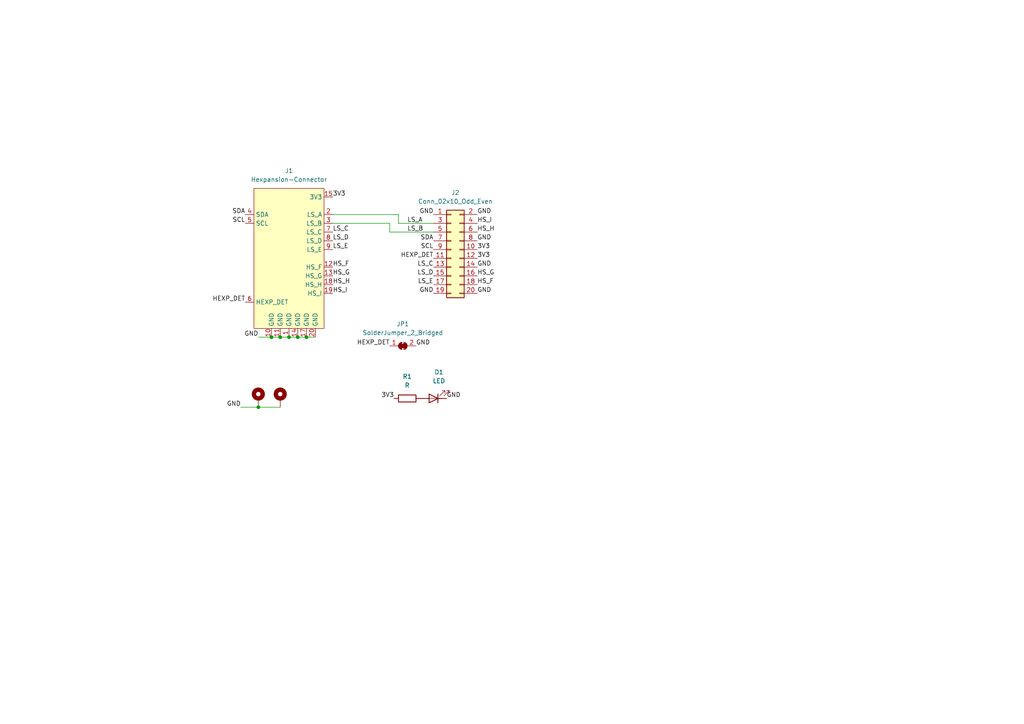
<source format=kicad_sch>
(kicad_sch (version 20230121) (generator eeschema)
  (paper "A4")
  (lib_symbols
    (symbol "Connector_Generic:Conn_02x10_Odd_Even" (pin_names (offset 1.016) hide)
      (property "Reference" "J" (at 1.27 12.7 0))
      (property "Value" "Conn_02x10_Odd_Even" (at 1.27 -15.24 0))
      (symbol "Conn_02x10_Odd_Even_1_1"
        (rectangle (start -1.27 -12.573) (end 0 -12.827) (stroke (width 0.1524)))
        (rectangle (start -1.27 -10.033) (end 0 -10.287) (stroke (width 0.1524)))
        (rectangle (start -1.27 -7.493) (end 0 -7.747) (stroke (width 0.1524)))
        (rectangle (start -1.27 -4.953) (end 0 -5.207) (stroke (width 0.1524)))
        (rectangle (start -1.27 -2.413) (end 0 -2.667) (stroke (width 0.1524)))
        (rectangle (start -1.27 0.127) (end 0 -0.127) (stroke (width 0.1524)))
        (rectangle (start -1.27 2.667) (end 0 2.413) (stroke (width 0.1524)))
        (rectangle (start -1.27 5.207) (end 0 4.953) (stroke (width 0.1524)))
        (rectangle (start -1.27 7.747) (end 0 7.493) (stroke (width 0.1524)))
        (rectangle (start -1.27 10.287) (end 0 10.033) (stroke (width 0.1524)))
        (rectangle (start -1.27 11.43) (end 3.81 -13.97) (stroke (width 0.254)) (fill (type background)))
        (rectangle (start 3.81 -12.573) (end 2.54 -12.827) (stroke (width 0.1524)))
        (rectangle (start 3.81 -10.033) (end 2.54 -10.287) (stroke (width 0.1524)))
        (rectangle (start 3.81 -7.493) (end 2.54 -7.747) (stroke (width 0.1524)))
        (rectangle (start 3.81 -4.953) (end 2.54 -5.207) (stroke (width 0.1524)))
        (rectangle (start 3.81 -2.413) (end 2.54 -2.667) (stroke (width 0.1524)))
        (rectangle (start 3.81 0.127) (end 2.54 -0.127) (stroke (width 0.1524)))
        (rectangle (start 3.81 2.667) (end 2.54 2.413) (stroke (width 0.1524)))
        (rectangle (start 3.81 5.207) (end 2.54 4.953) (stroke (width 0.1524)))
        (rectangle (start 3.81 7.747) (end 2.54 7.493) (stroke (width 0.1524)))
        (rectangle (start 3.81 10.287) (end 2.54 10.033) (stroke (width 0.1524)))
        (pin passive line (at -5.08 10.16 0) (length 3.81) (name "Pin_1") (number "1"))
        (pin passive line (at 7.62 0 180) (length 3.81) (name "Pin_10") (number "10"))
        (pin passive line (at -5.08 -2.54 0) (length 3.81) (name "Pin_11") (number "11"))
        (pin passive line (at 7.62 -2.54 180) (length 3.81) (name "Pin_12") (number "12"))
        (pin passive line (at -5.08 -5.08 0) (length 3.81) (name "Pin_13") (number "13"))
        (pin passive line (at 7.62 -5.08 180) (length 3.81) (name "Pin_14") (number "14"))
        (pin passive line (at -5.08 -7.62 0) (length 3.81) (name "Pin_15") (number "15"))
        (pin passive line (at 7.62 -7.62 180) (length 3.81) (name "Pin_16") (number "16"))
        (pin passive line (at -5.08 -10.16 0) (length 3.81) (name "Pin_17") (number "17"))
        (pin passive line (at 7.62 -10.16 180) (length 3.81) (name "Pin_18") (number "18"))
        (pin passive line (at -5.08 -12.7 0) (length 3.81) (name "Pin_19") (number "19"))
        (pin passive line (at 7.62 10.16 180) (length 3.81) (name "Pin_2") (number "2"))
        (pin passive line (at 7.62 -12.7 180) (length 3.81) (name "Pin_20") (number "20"))
        (pin passive line (at -5.08 7.62 0) (length 3.81) (name "Pin_3") (number "3"))
        (pin passive line (at 7.62 7.62 180) (length 3.81) (name "Pin_4") (number "4"))
        (pin passive line (at -5.08 5.08 0) (length 3.81) (name "Pin_5") (number "5"))
        (pin passive line (at 7.62 5.08 180) (length 3.81) (name "Pin_6") (number "6"))
        (pin passive line (at -5.08 2.54 0) (length 3.81) (name "Pin_7") (number "7"))
        (pin passive line (at 7.62 2.54 180) (length 3.81) (name "Pin_8") (number "8"))
        (pin passive line (at -5.08 0 0) (length 3.81) (name "Pin_9") (number "9"))
      )
    )
    (symbol "Device:LED" (pin_numbers hide) (pin_names (offset 1.016) hide)
      (property "Reference" "D" (at 0 2.54 0))
      (property "Value" "LED" (at 0 -2.54 0))
      (symbol "LED_0_1"
        (polyline (pts (xy -1.27 -1.27) (xy -1.27 1.27)) (stroke (width 0.254)))
        (polyline (pts (xy -1.27 0) (xy 1.27 0)))
        (polyline (pts (xy 1.27 -1.27) (xy 1.27 1.27) (xy -1.27 0) (xy 1.27 -1.27)) (stroke (width 0.254)))
        (polyline (pts (xy -3.048 -0.762) (xy -4.572 -2.286) (xy -3.81 -2.286) (xy -4.572 -2.286) (xy -4.572 -1.524)))
        (polyline (pts (xy -1.778 -0.762) (xy -3.302 -2.286) (xy -2.54 -2.286) (xy -3.302 -2.286) (xy -3.302 -1.524)))
      )
      (symbol "LED_1_1"
        (pin passive line (at -3.81 0 0) (length 2.54) (name "K") (number "1"))
        (pin passive line (at 3.81 0 180) (length 2.54) (name "A") (number "2"))
      )
    )
    (symbol "Device:R" (pin_numbers hide) (pin_names (offset 0))
      (property "Reference" "R" (at 2.032 0 90))
      (property "Value" "R" (at 0 0 90))
      (symbol "R_0_1"
        (rectangle (start -1.016 -2.54) (end 1.016 2.54) (stroke (width 0.254)))
      )
      (symbol "R_1_1"
        (pin passive line (at 0 3.81 270) (length 1.27) (name "~") (number "1"))
        (pin passive line (at 0 -3.81 90) (length 1.27) (name "~") (number "2"))
      )
    )
    (symbol "Jumper:SolderJumper_2_Bridged" (pin_names (offset 0) hide)
      (property "Reference" "JP" (at 0 2.032 0))
      (property "Value" "SolderJumper_2_Bridged" (at 0 -2.54 0))
      (symbol "SolderJumper_2_Bridged_0_1"
        (rectangle (start -0.508 0.508) (end 0.508 -0.508) (fill (type outline)))
        (arc (start -0.254 1.016) (mid -1.2656 0) (end -0.254 -1.016))
        (arc (start -0.254 1.016) (mid -1.2656 0) (end -0.254 -1.016) (fill (type outline)))
        (polyline (pts (xy -0.254 1.016) (xy -0.254 -1.016)))
        (polyline (pts (xy 0.254 1.016) (xy 0.254 -1.016)))
        (arc (start 0.254 -1.016) (mid 1.2656 0) (end 0.254 1.016))
        (arc (start 0.254 -1.016) (mid 1.2656 0) (end 0.254 1.016) (fill (type outline)))
      )
      (symbol "SolderJumper_2_Bridged_1_1"
        (pin passive line (at -3.81 0 0) (length 2.54) (name "A") (number "1"))
        (pin passive line (at 3.81 0 180) (length 2.54) (name "B") (number "2"))
      )
    )
    (symbol "Mechanical:MountingHole_Pad" (pin_numbers hide) (pin_names (offset 1.016) hide)
      (property "Reference" "H" (at 0 6.35 0))
      (property "Value" "MountingHole_Pad" (at 0 4.445 0))
      (symbol "MountingHole_Pad_0_1"
        (circle (center 0 1.27) (radius 1.27) (stroke (width 1.27)))
      )
      (symbol "MountingHole_Pad_1_1"
        (pin input line (at 0 -2.54 90) (length 2.54) (name "1") (number "1"))
      )
    )
    (symbol "tildagon:hexpansion-edge-connector" (in_bom no)
      (property "Reference" "J" (at -6.35 17.78 0))
      (property "Value" "Hexpansion-Connector" (at 0 21.59 0))
      (symbol "hexpansion-edge-connector_1_1"
        (rectangle (start -10.16 20.32) (end 10.16 -20.32) (fill (type background)))
        (pin power_out line (at 0 -22.86 90) (length 2.54) (name "GND") (number "1"))
        (pin passive line (at -5.08 -22.86 90) (length 2.54) (name "GND") (number "10"))
        (pin passive line (at -2.54 -22.86 90) (length 2.54) (name "GND") (number "11"))
        (pin bidirectional line (at 12.7 -2.54 180) (length 2.54) (name "HS_F") (number "12"))
        (pin bidirectional line (at 12.7 -5.08 180) (length 2.54) (name "HS_G") (number "13"))
        (pin passive line (at 2.54 -22.86 90) (length 2.54) (name "GND") (number "14"))
        (pin power_out line (at 12.7 17.78 180) (length 2.54) (name "3V3") (number "15"))
        (pin passive line (at 12.7 17.78 180) (length 2.54) hide (name "3V3") (number "16"))
        (pin passive line (at 5.08 -22.86 90) (length 2.54) (name "GND") (number "17"))
        (pin bidirectional line (at 12.7 -7.62 180) (length 2.54) (name "HS_H") (number "18"))
        (pin bidirectional line (at 12.7 -10.16 180) (length 2.54) (name "HS_I") (number "19"))
        (pin bidirectional line (at 12.7 12.7 180) (length 2.54) (name "LS_A") (number "2"))
        (pin passive line (at 7.62 -22.86 90) (length 2.54) (name "GND") (number "20"))
        (pin bidirectional line (at 12.7 10.16 180) (length 2.54) (name "LS_B") (number "3"))
        (pin bidirectional line (at -12.7 12.7 0) (length 2.54) (name "SDA") (number "4"))
        (pin output line (at -12.7 10.16 0) (length 2.54) (name "SCL") (number "5"))
        (pin bidirectional line (at -12.7 -12.7 0) (length 2.54) (name "HEXP_DET") (number "6"))
        (pin bidirectional line (at 12.7 7.62 180) (length 2.54) (name "LS_C") (number "7"))
        (pin bidirectional line (at 12.7 5.08 180) (length 2.54) (name "LS_D") (number "8"))
        (pin bidirectional line (at 12.7 2.54 180) (length 2.54) (name "LS_E") (number "9"))
      )
    )
  )
  (junction (at 88.9 97.79))
  (junction (at 81.28 97.79))
  (junction (at 86.36 97.79))
  (junction (at 83.82 97.79))
  (junction (at 78.74 97.79))
  (junction (at 74.93 118.11))
  (wire (pts (xy 74.93 118.11) (xy 81.28 118.11)))
  (wire (pts (xy 115.57 64.77) (xy 115.57 62.23)))
  (wire (pts (xy 81.28 97.79) (xy 83.82 97.79)))
  (wire (pts (xy 74.93 97.79) (xy 78.74 97.79)))
  (wire (pts (xy 83.82 97.79) (xy 86.36 97.79)))
  (wire (pts (xy 125.73 64.77) (xy 115.57 64.77)))
  (wire (pts (xy 86.36 97.79) (xy 88.9 97.79)))
  (wire (pts (xy 115.57 62.23) (xy 96.52 62.23)))
  (wire (pts (xy 69.85 118.11) (xy 74.93 118.11)))
  (wire (pts (xy 113.03 67.31) (xy 113.03 64.77)))
  (wire (pts (xy 113.03 64.77) (xy 96.52 64.77)))
  (wire (pts (xy 125.73 67.31) (xy 113.03 67.31)))
  (wire (pts (xy 88.9 97.79) (xy 91.44 97.79)))
  (wire (pts (xy 78.74 97.79) (xy 81.28 97.79)))
  (label "HEXP_DET" (at 113.03 100.33 180))
  (label "GND" (at 69.85 118.11 180))
  (label "3V3" (at 96.52 57.15 0))
  (label "HS_H" (at 138.43 67.31 0))
  (label "GND" (at 125.73 62.23 180))
  (label "HEXP_DET" (at 125.73 74.93 180))
  (label "LS_E" (at 96.52 72.39 0))
  (label "LS_A" (at 118.11 64.77 0))
  (label "GND" (at 125.73 85.09 180))
  (label "GND" (at 120.65 100.33 0))
  (label "SCL" (at 71.12 64.77 180))
  (label "HS_F" (at 138.43 82.55 0))
  (label "LS_C" (at 125.73 77.47 180))
  (label "HS_G" (at 138.43 80.01 0))
  (label "SDA" (at 71.12 62.23 180))
  (label "HS_I" (at 96.52 85.09 0))
  (label "GND" (at 129.54 115.57 0))
  (label "GND" (at 74.93 97.79 180))
  (label "HS_F" (at 96.52 77.47 0))
  (label "LS_C" (at 96.52 67.31 0))
  (label "HS_G" (at 96.52 80.01 0))
  (label "GND" (at 138.43 85.09 0))
  (label "SCL" (at 125.73 72.39 180))
  (label "HS_H" (at 96.52 82.55 0))
  (label "3V3" (at 114.3 115.57 180))
  (label "GND" (at 138.43 77.47 0))
  (label "HS_I" (at 138.43 64.77 0))
  (label "LS_D" (at 96.52 69.85 0))
  (label "HEXP_DET" (at 71.12 87.63 180))
  (label "3V3" (at 138.43 74.93 0))
  (label "LS_E" (at 125.73 82.55 180))
  (label "LS_B" (at 118.11 67.31 0))
  (label "GND" (at 138.43 69.85 0))
  (label "GND" (at 138.43 62.23 0))
  (label "3V3" (at 138.43 72.39 0))
  (label "SDA" (at 125.73 69.85 180))
  (label "LS_D" (at 125.73 80.01 180))
  (symbol (lib_id "Device:R") (at 118.11 115.57 90) (unit 1)
    (property "Reference" "R1" (at 118.11 109.22 90))
    (property "Value" "R" (at 118.11 111.76 90))
    (property "Footprint" "Resistor_SMD:R_0603_1608Metric" (effects hide))
  )
  (symbol (lib_id "Mechanical:MountingHole_Pad") (at 74.93 115.57 0) (unit 1)
    (property "Reference" "H1" (effects hide))
    (property "Value" "MountingHole_Pad" (effects hide))
    (property "Footprint" "MountingHole:MountingHole_2.2mm_M2_Pad_Via" (effects hide))
  )
  (symbol (lib_id "Device:LED") (at 125.73 115.57 180) (unit 1)
    (property "Reference" "D1" (at 127.3175 107.95 0))
    (property "Value" "LED" (at 127.3175 110.49 0))
    (property "Footprint" "LED_SMD:LED_0805_2012Metric" (effects hide))
  )
  (symbol (lib_id "Mechanical:MountingHole_Pad") (at 81.28 115.57 0) (unit 1)
    (property "Reference" "H2" (effects hide))
    (property "Value" "MountingHole_Pad" (effects hide))
    (property "Footprint" "MountingHole:MountingHole_2.2mm_M2_Pad_Via" (effects hide))
  )
  (symbol (lib_id "tildagon:hexpansion-edge-connector") (at 83.82 74.93 0) (unit 1) (in_bom no)
    (property "Reference" "J1" (at 83.82 49.53 0))
    (property "Value" "Hexpansion-Connector" (at 83.82 52.07 0))
    (property "Footprint" "tildagon:hexpansion-edge-connector" (effects hide))
    (property "Sim.Enable" "0" (effects hide))
  )
  (symbol (lib_id "Connector_Generic:Conn_02x10_Odd_Even") (at 130.81 72.39 0) (unit 1)
    (property "Reference" "J2" (at 132.08 55.88 0))
    (property "Value" "Conn_02x10_Odd_Even" (at 132.08 58.42 0))
    (property "Footprint" "Connector_PinHeader_2.54mm:PinHeader_2x10_P2.54mm_Vertical" (effects hide))
  )
  (symbol (lib_id "Jumper:SolderJumper_2_Bridged") (at 116.84 100.33 0) (unit 1)
    (property "Reference" "JP1" (at 116.84 93.98 0))
    (property "Value" "SolderJumper_2_Bridged" (at 116.84 96.52 0))
    (property "Footprint" "Jumper:SolderJumper-2_P1.3mm_Bridged_RoundedPad1.0x1.5mm" (effects hide))
  )
)
</source>
